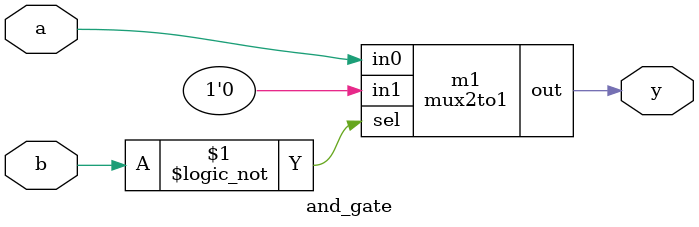
<source format=v>
module mux2to1 (
    input  sel,
    input  in0,
    input  in1,
    output out
);
    assign out = sel ? in1 : in0;
endmodule

module and_gate(input a,
                input b,
                output wire y);
  
  mux2to1 m1 (.sel(!b), .in0(a), .in1(0), .out(y));
  
endmodule

</source>
